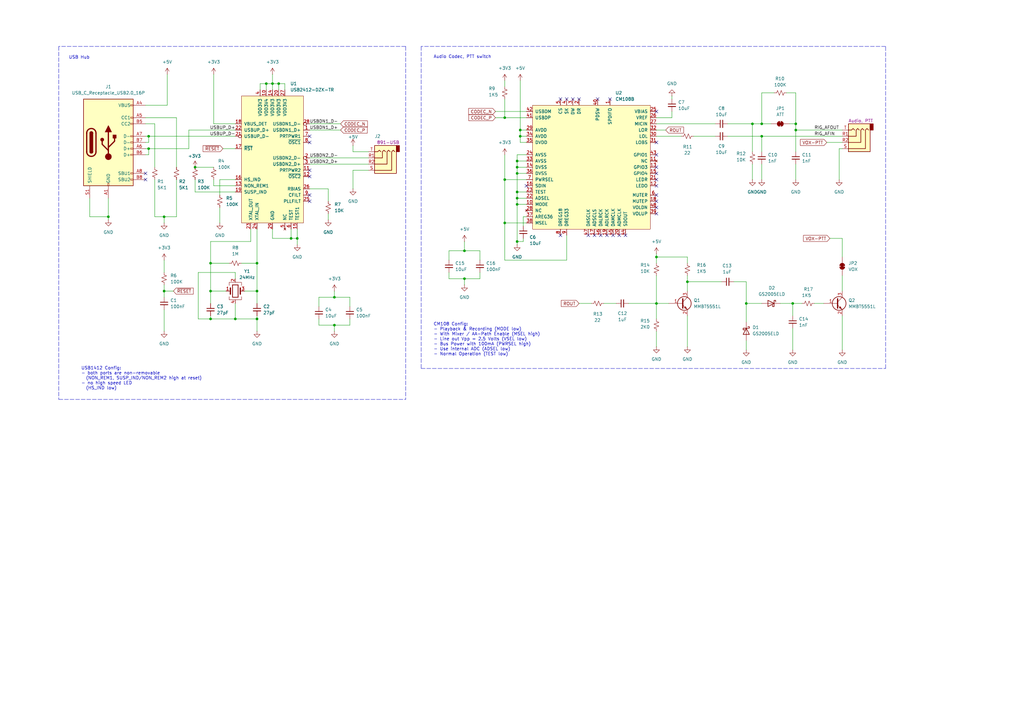
<source format=kicad_sch>
(kicad_sch (version 20231120) (generator "eeschema") (generator_version "8.0")
  (paper "A3")
  (lib_symbols
    (symbol "Connector:AudioJack4"
      (property "Reference" "J" (at 0 8.89 0))
      (property "Value" "AudioJack4" (at 0 6.35 0))
      (symbol "AudioJack4_1_1"
        (pin passive line (at 5.08 -2.54 180) (length 2.54) (name "~") (number "R1"))
        (pin passive line (at 5.08 0 180) (length 2.54) (name "~") (number "R2"))
        (pin passive line (at 5.08 2.54 180) (length 2.54) (name "~") (number "S"))
        (pin passive line (at 5.08 -5.08 180) (length 2.54) (name "~") (number "T"))
      )
    )
    (symbol "Connector:USB_C_Receptacle_USB2.0_16P" (pin_names (offset 1.016))
      (property "Reference" "J" (at 0 22.225 0))
      (property "Value" "USB_C_Receptacle_USB2.0_16P" (at 0 19.685 0))
      (symbol "USB_C_Receptacle_USB2.0_16P_1_1"
        (pin passive line (at 0 -22.86 90) (length 5.08) (name "GND") (number "A1"))
        (pin passive line (at 0 -22.86 90) (length 5.08) hide (name "GND") (number "A12"))
        (pin passive line (at 15.24 15.24 180) (length 5.08) (name "VBUS") (number "A4"))
        (pin bidirectional line (at 15.24 10.16 180) (length 5.08) (name "CC1") (number "A5"))
        (pin bidirectional line (at 15.24 -2.54 180) (length 5.08) (name "D+") (number "A6"))
        (pin bidirectional line (at 15.24 2.54 180) (length 5.08) (name "D-") (number "A7"))
        (pin bidirectional line (at 15.24 -12.7 180) (length 5.08) (name "SBU1") (number "A8"))
        (pin passive line (at 15.24 15.24 180) (length 5.08) hide (name "VBUS") (number "A9"))
        (pin passive line (at 0 -22.86 90) (length 5.08) hide (name "GND") (number "B1"))
        (pin passive line (at 0 -22.86 90) (length 5.08) hide (name "GND") (number "B12"))
        (pin passive line (at 15.24 15.24 180) (length 5.08) hide (name "VBUS") (number "B4"))
        (pin bidirectional line (at 15.24 7.62 180) (length 5.08) (name "CC2") (number "B5"))
        (pin bidirectional line (at 15.24 -5.08 180) (length 5.08) (name "D+") (number "B6"))
        (pin bidirectional line (at 15.24 0 180) (length 5.08) (name "D-") (number "B7"))
        (pin bidirectional line (at 15.24 -15.24 180) (length 5.08) (name "SBU2") (number "B8"))
        (pin passive line (at 15.24 15.24 180) (length 5.08) hide (name "VBUS") (number "B9"))
        (pin passive line (at -7.62 -22.86 90) (length 5.08) (name "SHIELD") (number "S1"))
      )
    )
    (symbol "Device:C_Small" (pin_numbers hide) (pin_names (offset 0.254) hide)
      (property "Reference" "C" (at 0.254 1.778 0))
      (property "Value" "C_Small" (at 0.254 -2.032 0))
      (symbol "C_Small_1_1"
        (pin passive line (at 0 2.54 270) (length 2.032) (name "~") (number "1"))
        (pin passive line (at 0 -2.54 90) (length 2.032) (name "~") (number "2"))
      )
    )
    (symbol "Device:Crystal_GND24" (pin_names (offset 1.016) hide)
      (property "Reference" "Y" (at 3.175 5.08 0))
      (property "Value" "Crystal_GND24" (at 3.175 3.175 0))
      (symbol "Crystal_GND24_1_1"
        (pin passive line (at -3.81 0 0) (length 1.27) (name "1") (number "1"))
        (pin passive line (at 0 5.08 270) (length 1.27) (name "2") (number "2"))
        (pin passive line (at 3.81 0 180) (length 1.27) (name "3") (number "3"))
        (pin passive line (at 0 -5.08 90) (length 1.27) (name "4") (number "4"))
      )
    )
    (symbol "Device:D_Schottky" (pin_numbers hide) (pin_names (offset 1.016) hide)
      (property "Reference" "D" (at 0 2.54 0))
      (property "Value" "D_Schottky" (at 0 -2.54 0))
      (symbol "D_Schottky_1_1"
        (pin passive line (at -3.81 0 0) (length 2.54) (name "K") (number "1"))
        (pin passive line (at 3.81 0 180) (length 2.54) (name "A") (number "2"))
      )
    )
    (symbol "Device:R_Small_US" (pin_numbers hide) (pin_names (offset 0.254) hide)
      (property "Reference" "R" (at 0.762 0.508 0))
      (property "Value" "R_Small_US" (at 0.762 -1.016 0))
      (symbol "R_Small_US_1_1"
        (pin passive line (at 0 2.54 270) (length 1.016) (name "~") (number "1"))
        (pin passive line (at 0 -2.54 90) (length 1.016) (name "~") (number "2"))
      )
    )
    (symbol "Jumper:SolderJumper_2_Bridged" (pin_numbers hide) (pin_names (offset 0) hide) (exclude_from_sim yes) (in_bom no)
      (property "Reference" "JP" (at 0 2.032 0))
      (property "Value" "SolderJumper_2_Bridged" (at 0 -2.54 0))
      (symbol "SolderJumper_2_Bridged_1_1"
        (pin passive line (at -3.81 0 0) (length 2.54) (name "A") (number "1"))
        (pin passive line (at 3.81 0 180) (length 2.54) (name "B") (number "2"))
      )
    )
    (symbol "Transistor_BJT:MMBT5551L" (pin_names (offset 0) hide)
      (property "Reference" "Q" (at 5.08 1.905 0))
      (property "Value" "MMBT5551L" (at 5.08 0 0))
      (symbol "MMBT5551L_1_1"
        (pin input line (at -5.08 0 0) (length 5.715) (name "B") (number "1"))
        (pin passive line (at 2.54 -5.08 90) (length 2.54) (name "E") (number "2"))
        (pin passive line (at 2.54 5.08 270) (length 2.54) (name "C") (number "3"))
      )
    )
    (symbol "digirig:CM108B" (pin_names (offset 1.016))
      (property "Reference" "U" (at -12.7 1.27 0))
      (property "Value" "CM108B" (at -12.7 -1.27 0))
      (symbol "CM108B_0_0"
        (pin output line (at 19.05 0 270) (length 2.54) (name "SPDIFO") (number "1"))
        (pin input line (at -15.24 -43.18 0) (length 2.54) (name "MODE") (number "10"))
        (pin no_connect line (at 38.1 -25.4 180) (length 2.54) (name "NC") (number "11"))
        (pin output line (at 38.1 -35.56 180) (length 2.54) (name "LEDO") (number "12"))
        (pin bidirectional line (at 38.1 -27.94 180) (length 2.54) (name "GPIO3") (number "13"))
        (pin power_in line (at -15.24 -27.94 0) (length 2.54) (name "DVSS") (number "14"))
        (pin bidirectional line (at 38.1 -30.48 180) (length 2.54) (name "GPIO4") (number "15"))
        (pin input line (at -15.24 -35.56 0) (length 2.54) (name "SDIN") (number "16"))
        (pin output line (at 12.7 -55.88 90) (length 2.54) (name "ADSCLS") (number "17"))
        (pin input line (at 38.1 -41.91 180) (length 2.54) (name "MUTEP") (number "18"))
        (pin output line (at 17.78 -55.88 90) (length 2.54) (name "ADLRCK") (number "19"))
        (pin input line (at 6.35 0 270) (length 2.54) (name "DR") (number "2"))
        (pin output line (at 22.86 -55.88 90) (length 2.54) (name "ADMCLK") (number "20"))
        (pin output line (at 38.1 -33.02 180) (length 2.54) (name "LEDR") (number "21"))
        (pin input line (at -15.24 -40.64 0) (length 2.54) (name "ADSEL") (number "22"))
        (pin input line (at -15.24 -38.1 0) (length 2.54) (name "TEST") (number "23"))
        (pin power_in line (at -15.24 -22.86 0) (length 2.54) (name "AVSS") (number "24"))
        (pin power_out line (at 38.1 -5.08 180) (length 2.54) (name "VBIAS") (number "25"))
        (pin power_out line (at 38.1 -7.62 180) (length 2.54) (name "VREF") (number "26"))
        (pin input line (at 38.1 -10.16 180) (length 2.54) (name "MICIN") (number "27"))
        (pin no_connect line (at -15.24 -45.72 0) (length 2.54) (name "NC") (number "28"))
        (pin power_in line (at -15.24 -12.7 0) (length 2.54) (name "AVDD") (number "29"))
        (pin output line (at 3.81 0 270) (length 2.54) (name "DW") (number "3"))
        (pin output line (at 38.1 -15.24 180) (length 2.54) (name "LOL") (number "30"))
        (pin power_out line (at 38.1 -17.78 180) (length 2.54) (name "LOBS") (number "31"))
        (pin output line (at 38.1 -12.7 180) (length 2.54) (name "LOR") (number "32"))
        (pin power_in line (at -15.24 -25.4 0) (length 2.54) (name "AVSS") (number "33"))
        (pin power_in line (at -15.24 -15.24 0) (length 2.54) (name "AVDD") (number "34"))
        (pin power_in line (at -15.24 -17.78 0) (length 2.54) (name "DVDD") (number "35"))
        (pin power_in line (at -15.24 -30.48 0) (length 2.54) (name "DVSS") (number "36"))
        (pin power_in line (at -15.24 -48.26 0) (length 2.54) (name "AREG36") (number "37"))
        (pin input line (at -15.24 -50.8 0) (length 2.54) (name "MSEL") (number "38"))
        (pin input line (at 38.1 -46.99 180) (length 2.54) (name "VOLUP") (number "39"))
        (pin output line (at 1.27 0 270) (length 2.54) (name "SK") (number "4"))
        (pin output line (at 13.97 0 270) (length 2.54) (name "PDSW") (number "40"))
        (pin bidirectional line (at -15.24 -7.62 0) (length 2.54) (name "USBDP") (number "41"))
        (pin bidirectional line (at -15.24 -5.08 0) (length 2.54) (name "USBDM") (number "42"))
        (pin bidirectional line (at 38.1 -22.86 180) (length 2.54) (name "GPIO1") (number "43"))
        (pin output line (at 25.4 -55.88 90) (length 2.54) (name "SDOUT") (number "44"))
        (pin output line (at 20.32 -55.88 90) (length 2.54) (name "DAMCLK") (number "45"))
        (pin input line (at 15.24 -55.88 90) (length 2.54) (name "DALRCK") (number "46"))
        (pin input line (at 10.16 -55.88 90) (length 2.54) (name "DASCLK") (number "47"))
        (pin input line (at 38.1 -44.45 180) (length 2.54) (name "VOLDN") (number "48"))
        (pin output line (at -1.27 0 270) (length 2.54) (name "CS") (number "5"))
        (pin input line (at 38.1 -39.37 180) (length 2.54) (name "MUTER") (number "6"))
        (pin input line (at -15.24 -33.02 0) (length 2.54) (name "PWRSEL") (number "7"))
        (pin power_out line (at -1.27 -55.88 90) (length 2.54) (name "DREG18") (number "8"))
        (pin power_out line (at 1.27 -55.88 90) (length 2.54) (name "DREG33") (number "9"))
      )
    )
    (symbol "digirig:USB2412-DZK-TR" (pin_names (offset 1.016))
      (property "Reference" "U1" (at -5.4259 41.91 0))
      (property "Value" "USB2412-DZK-TR" (at -5.4259 39.37 0))
      (symbol "USB2412-DZK-TR_1_1"
        (pin bidirectional line (at 2.54 22.86 180) (length 2.54) (name "USBDN1_D+") (number "1"))
        (pin power_in line (at -15.24 39.37 270) (length 2.54) (name "VDD3V4") (number "10"))
        (pin output line (at 2.54 6.35 180) (length 2.54) (name "PRTPWR2") (number "11"))
        (pin input line (at 2.54 3.81 180) (length 2.54) (name "~{OSC2}") (number "12"))
        (pin input line (at -27.94 0 0) (length 2.54) (name "NON_REM1") (number "13"))
        (pin power_in line (at -12.7 39.37 270) (length 2.54) (name "VDD3V3") (number "14"))
        (pin input line (at -2.54 -17.78 90) (length 2.54) (name "TEST1") (number "15"))
        (pin input line (at -27.94 2.54 0) (length 2.54) (name "HS_IND") (number "16"))
        (pin input line (at -27.94 15.24 0) (length 2.54) (name "~{RST}") (number "17"))
        (pin input line (at -27.94 25.4 0) (length 2.54) (name "VBUS_DET") (number "18"))
        (pin input line (at -27.94 -2.54 0) (length 2.54) (name "SUSP_IND") (number "19"))
        (pin bidirectional inverted (at 2.54 11.43 180) (length 2.54) (name "USBDN2_D-") (number "2"))
        (pin power_in line (at -10.16 39.37 270) (length 2.54) (name "VDD3V3") (number "20"))
        (pin bidirectional inverted (at -27.94 20.32 0) (length 2.54) (name "USBUP_D-") (number "21"))
        (pin bidirectional line (at -27.94 22.86 0) (length 2.54) (name "USBUP_D+") (number "22"))
        (pin output line (at -21.59 -17.78 90) (length 2.54) (name "XTAL_OUT") (number "23"))
        (pin input line (at -19.05 -17.78 90) (length 2.54) (name "XTAL_IN") (number "24"))
        (pin output line (at 2.54 -6.35 180) (length 2.54) (name "PLLFILT") (number "25"))
        (pin input line (at 2.54 -1.27 180) (length 2.54) (name "RBIAS") (number "26"))
        (pin power_in line (at -7.62 39.37 270) (length 2.54) (name "VDD3V3") (number "27"))
        (pin bidirectional inverted (at 2.54 25.4 180) (length 2.54) (name "USBDN1_D-") (number "28"))
        (pin power_in line (at -12.7 -17.78 90) (length 2.54) (name "GND") (number "29"))
        (pin bidirectional line (at 2.54 8.89 180) (length 2.54) (name "USBDN2_D+") (number "3"))
        (pin power_in line (at -17.78 39.37 270) (length 2.54) (name "VDD3V3") (number "4"))
        (pin no_connect line (at -7.62 -17.78 90) (length 2.54) (name "NC") (number "5"))
        (pin input line (at -5.08 -17.78 90) (length 2.54) (name "TEST") (number "6"))
        (pin output line (at 2.54 20.32 180) (length 2.54) (name "PRTPWR1") (number "7"))
        (pin input line (at 2.54 17.78 180) (length 2.54) (name "~{OSC1}") (number "8"))
        (pin output line (at 2.54 -3.81 180) (length 2.54) (name "CFILT") (number "9"))
      )
    )
    (symbol "power:+3V3" (power) (pin_numbers hide) (pin_names (offset 0) hide)
      (property "Value" "+3V3" (at 0 3.556 0))
      (symbol "+3V3_1_1"
        (pin power_in line (at 0 0 90) (length 0) (name "~") (number "1"))
      )
    )
    (symbol "power:+5V" (power) (pin_numbers hide) (pin_names (offset 0) hide)
      (property "Value" "+5V" (at 0 3.556 0))
      (symbol "+5V_1_1"
        (pin power_in line (at 0 0 90) (length 0) (name "~") (number "1"))
      )
    )
    (symbol "power:GND" (power) (pin_numbers hide) (pin_names (offset 0) hide)
      (property "Value" "GND" (at 0 -3.81 0))
      (symbol "GND_1_1"
        (pin power_in line (at 0 0 270) (length 0) (name "~") (number "1"))
      )
    )
  )
  (junction (at 281.94 115.57))
  (junction (at 121.92 97.79))
  (junction (at 212.09 81.28))
  (junction (at 44.45 88.9))
  (junction (at 212.09 68.58))
  (junction (at 269.24 105.41))
  (junction (at 190.5 114.3))
  (junction (at 67.31 88.9))
  (junction (at 325.12 124.46))
  (junction (at 119.38 97.79))
  (junction (at 207.01 91.44))
  (junction (at 105.41 130.81))
  (junction (at 212.09 66.04))
  (junction (at 212.09 78.74))
  (junction (at 306.07 124.46))
  (junction (at 207.01 73.66))
  (junction (at 207.01 48.26))
  (junction (at 326.39 50.8))
  (junction (at 111.76 34.29))
  (junction (at 213.36 55.88))
  (junction (at 109.22 34.29))
  (junction (at 86.36 130.81))
  (junction (at 86.36 119.38))
  (junction (at 86.36 107.95))
  (junction (at 212.09 99.06))
  (junction (at 80.01 68.58))
  (junction (at 269.24 124.46))
  (junction (at 326.39 53.34))
  (junction (at 96.52 130.81))
  (junction (at 312.42 50.8))
  (junction (at 105.41 119.38))
  (junction (at 213.36 53.34))
  (junction (at 60.96 60.96))
  (junction (at 190.5 102.87))
  (junction (at 212.09 71.12))
  (junction (at 67.31 119.38))
  (junction (at 212.09 83.82))
  (junction (at 137.16 121.92))
  (junction (at 105.41 107.95))
  (junction (at 137.16 133.35))
  (junction (at 308.61 50.8))
  (junction (at 60.96 55.88))
  (junction (at 114.3 34.29))
  (junction (at 312.42 55.88))
  (no_connect (at 269.24 45.72))
  (no_connect (at 269.24 76.2))
  (no_connect (at 269.24 80.01))
  (no_connect (at 229.87 40.64))
  (no_connect (at 127 58.42))
  (no_connect (at 241.3 96.52))
  (no_connect (at 237.49 40.64))
  (no_connect (at 269.24 82.55))
  (no_connect (at 243.84 96.52))
  (no_connect (at 127 55.88))
  (no_connect (at 127 80.01))
  (no_connect (at 59.69 73.66))
  (no_connect (at 234.95 40.64))
  (no_connect (at 269.24 68.58))
  (no_connect (at 269.24 63.5))
  (no_connect (at 269.24 87.63))
  (no_connect (at 232.41 40.64))
  (no_connect (at 215.9 76.2))
  (no_connect (at 256.54 96.52))
  (no_connect (at 251.46 96.52))
  (no_connect (at 254 96.52))
  (no_connect (at 127 72.39))
  (no_connect (at 250.19 40.64))
  (no_connect (at 269.24 85.09))
  (no_connect (at 246.38 96.52))
  (no_connect (at 245.11 40.64))
  (no_connect (at 269.24 71.12))
  (no_connect (at 248.92 96.52))
  (no_connect (at 269.24 58.42))
  (no_connect (at 127 82.55))
  (no_connect (at 59.69 71.12))
  (no_connect (at 229.87 96.52))
  (no_connect (at 127 69.85))
  (no_connect (at 269.24 73.66))
  (wire (pts (xy 215.9 58.42) (xy 213.36 58.42)))
  (wire (pts (xy 326.39 67.31) (xy 326.39 73.66)))
  (wire (pts (xy 87.63 76.2) (xy 87.63 73.66)))
  (wire (pts (xy 269.24 105.41) (xy 269.24 107.95)))
  (wire (pts (xy 281.94 129.54) (xy 281.94 142.24)))
  (wire (pts (xy 77.47 53.34) (xy 96.52 53.34)))
  (wire (pts (xy 134.62 77.47) (xy 134.62 82.55)))
  (wire (pts (xy 344.17 60.96) (xy 345.44 60.96)))
  (wire (pts (xy 105.41 129.54) (xy 105.41 130.81)))
  (wire (pts (xy 72.39 48.26) (xy 72.39 68.58)))
  (polyline (pts (xy 363.22 151.13) (xy 363.22 19.05)) (stroke (width 0) (type dash)))
  (wire (pts (xy 67.31 119.38) (xy 71.12 119.38)))
  (wire (pts (xy 105.41 135.89) (xy 105.41 130.81)))
  (wire (pts (xy 130.81 130.81) (xy 130.81 133.35)))
  (wire (pts (xy 137.16 119.38) (xy 137.16 121.92)))
  (wire (pts (xy 213.36 58.42) (xy 213.36 55.88)))
  (wire (pts (xy 67.31 116.84) (xy 67.31 119.38)))
  (wire (pts (xy 106.68 36.83) (xy 106.68 34.29)))
  (wire (pts (xy 99.06 107.95) (xy 105.41 107.95)))
  (wire (pts (xy 87.63 50.8) (xy 96.52 50.8)))
  (wire (pts (xy 111.76 93.98) (xy 111.76 97.79)))
  (wire (pts (xy 63.5 88.9) (xy 67.31 88.9)))
  (wire (pts (xy 119.38 97.79) (xy 121.92 97.79)))
  (polyline (pts (xy 166.37 19.05) (xy 166.37 163.83)) (stroke (width 0) (type dash)))
  (wire (pts (xy 127 50.8) (xy 139.7 50.8)))
  (wire (pts (xy 143.51 121.92) (xy 137.16 121.92)))
  (wire (pts (xy 212.09 81.28) (xy 215.9 81.28)))
  (polyline (pts (xy 24.13 19.05) (xy 24.13 163.83)) (stroke (width 0) (type dash)))
  (wire (pts (xy 44.45 81.28) (xy 44.45 88.9)))
  (wire (pts (xy 306.07 124.46) (xy 312.42 124.46)))
  (wire (pts (xy 207.01 63.5) (xy 207.01 73.66)))
  (wire (pts (xy 326.39 38.1) (xy 326.39 50.8)))
  (wire (pts (xy 212.09 66.04) (xy 212.09 68.58)))
  (wire (pts (xy 308.61 67.31) (xy 308.61 73.66)))
  (wire (pts (xy 60.96 63.5) (xy 60.96 60.96)))
  (wire (pts (xy 63.5 73.66) (xy 63.5 88.9)))
  (wire (pts (xy 306.07 115.57) (xy 306.07 124.46)))
  (wire (pts (xy 127 53.34) (xy 139.7 53.34)))
  (wire (pts (xy 325.12 124.46) (xy 328.93 124.46)))
  (wire (pts (xy 345.44 129.54) (xy 345.44 143.51)))
  (wire (pts (xy 111.76 34.29) (xy 114.3 34.29)))
  (wire (pts (xy 215.9 55.88) (xy 213.36 55.88)))
  (wire (pts (xy 345.44 97.79) (xy 345.44 105.41)))
  (wire (pts (xy 190.5 114.3) (xy 196.85 114.3)))
  (wire (pts (xy 213.36 55.88) (xy 213.36 53.34)))
  (wire (pts (xy 105.41 119.38) (xy 105.41 124.46)))
  (wire (pts (xy 68.58 30.48) (xy 68.58 43.18)))
  (wire (pts (xy 325.12 124.46) (xy 325.12 129.54)))
  (wire (pts (xy 212.09 68.58) (xy 215.9 68.58)))
  (wire (pts (xy 232.41 96.52) (xy 232.41 106.68)))
  (wire (pts (xy 312.42 50.8) (xy 316.23 50.8)))
  (wire (pts (xy 257.81 124.46) (xy 269.24 124.46)))
  (wire (pts (xy 203.2 48.26) (xy 207.01 48.26)))
  (wire (pts (xy 121.92 93.98) (xy 121.92 97.79)))
  (wire (pts (xy 86.36 119.38) (xy 92.71 119.38)))
  (wire (pts (xy 102.87 99.06) (xy 86.36 99.06)))
  (wire (pts (xy 111.76 30.48) (xy 111.76 34.29)))
  (wire (pts (xy 213.36 33.02) (xy 213.36 53.34)))
  (wire (pts (xy 269.24 124.46) (xy 269.24 130.81)))
  (wire (pts (xy 130.81 133.35) (xy 137.16 133.35)))
  (wire (pts (xy 102.87 99.06) (xy 102.87 93.98)))
  (wire (pts (xy 137.16 133.35) (xy 143.51 133.35)))
  (wire (pts (xy 80.01 78.74) (xy 96.52 78.74)))
  (wire (pts (xy 232.41 106.68) (xy 207.01 106.68)))
  (wire (pts (xy 68.58 43.18) (xy 59.69 43.18)))
  (wire (pts (xy 143.51 125.73) (xy 143.51 121.92)))
  (wire (pts (xy 59.69 55.88) (xy 60.96 55.88)))
  (wire (pts (xy 111.76 97.79) (xy 119.38 97.79)))
  (wire (pts (xy 340.36 97.79) (xy 345.44 97.79)))
  (wire (pts (xy 212.09 71.12) (xy 212.09 78.74)))
  (wire (pts (xy 144.78 59.69) (xy 144.78 62.23)))
  (wire (pts (xy 269.24 50.8) (xy 293.37 50.8)))
  (wire (pts (xy 298.45 50.8) (xy 308.61 50.8)))
  (wire (pts (xy 312.42 67.31) (xy 312.42 73.66)))
  (wire (pts (xy 275.59 45.72) (xy 275.59 48.26)))
  (wire (pts (xy 96.52 111.76) (xy 96.52 114.3)))
  (wire (pts (xy 273.05 53.34) (xy 269.24 53.34)))
  (wire (pts (xy 298.45 55.88) (xy 312.42 55.88)))
  (wire (pts (xy 215.9 63.5) (xy 212.09 63.5)))
  (wire (pts (xy 59.69 63.5) (xy 60.96 63.5)))
  (wire (pts (xy 326.39 53.34) (xy 345.44 53.34)))
  (wire (pts (xy 320.04 124.46) (xy 325.12 124.46)))
  (wire (pts (xy 59.69 58.42) (xy 60.96 58.42)))
  (wire (pts (xy 127 77.47) (xy 134.62 77.47)))
  (wire (pts (xy 134.62 87.63) (xy 134.62 90.17)))
  (wire (pts (xy 143.51 130.81) (xy 143.51 133.35)))
  (wire (pts (xy 63.5 50.8) (xy 59.69 50.8)))
  (wire (pts (xy 281.94 107.95) (xy 281.94 105.41)))
  (wire (pts (xy 59.69 60.96) (xy 60.96 60.96)))
  (wire (pts (xy 281.94 115.57) (xy 281.94 119.38)))
  (wire (pts (xy 326.39 50.8) (xy 326.39 53.34)))
  (wire (pts (xy 80.01 78.74) (xy 80.01 73.66)))
  (wire (pts (xy 275.59 39.37) (xy 275.59 40.64)))
  (wire (pts (xy 247.65 124.46) (xy 252.73 124.46)))
  (wire (pts (xy 36.83 88.9) (xy 44.45 88.9)))
  (wire (pts (xy 67.31 119.38) (xy 67.31 121.92)))
  (wire (pts (xy 308.61 50.8) (xy 312.42 50.8)))
  (wire (pts (xy 81.28 111.76) (xy 81.28 130.81)))
  (wire (pts (xy 130.81 121.92) (xy 130.81 125.73)))
  (wire (pts (xy 72.39 48.26) (xy 59.69 48.26)))
  (wire (pts (xy 212.09 100.33) (xy 212.09 99.06)))
  (wire (pts (xy 109.22 36.83) (xy 109.22 34.29)))
  (wire (pts (xy 60.96 55.88) (xy 96.52 55.88)))
  (wire (pts (xy 306.07 139.7) (xy 306.07 143.51)))
  (wire (pts (xy 212.09 68.58) (xy 212.09 71.12)))
  (wire (pts (xy 207.01 91.44) (xy 215.9 91.44)))
  (wire (pts (xy 334.01 124.46) (xy 337.82 124.46)))
  (wire (pts (xy 144.78 69.85) (xy 144.78 77.47)))
  (wire (pts (xy 86.36 129.54) (xy 86.36 130.81)))
  (wire (pts (xy 184.15 102.87) (xy 184.15 106.68)))
  (wire (pts (xy 127 67.31) (xy 151.13 67.31)))
  (wire (pts (xy 344.17 73.66) (xy 344.17 60.96)))
  (wire (pts (xy 212.09 66.04) (xy 215.9 66.04)))
  (wire (pts (xy 306.07 124.46) (xy 306.07 132.08)))
  (wire (pts (xy 312.42 38.1) (xy 312.42 50.8)))
  (wire (pts (xy 269.24 113.03) (xy 269.24 124.46)))
  (wire (pts (xy 203.2 45.72) (xy 215.9 45.72)))
  (wire (pts (xy 114.3 34.29) (xy 116.84 34.29)))
  (wire (pts (xy 207.01 33.02) (xy 207.01 35.56)))
  (wire (pts (xy 190.5 102.87) (xy 184.15 102.87)))
  (wire (pts (xy 144.78 69.85) (xy 151.13 69.85)))
  (wire (pts (xy 67.31 106.68) (xy 67.31 111.76)))
  (wire (pts (xy 60.96 58.42) (xy 60.96 55.88)))
  (wire (pts (xy 184.15 114.3) (xy 190.5 114.3)))
  (wire (pts (xy 184.15 111.76) (xy 184.15 114.3)))
  (wire (pts (xy 86.36 119.38) (xy 86.36 124.46)))
  (polyline (pts (xy 172.72 151.13) (xy 363.22 151.13)) (stroke (width 0) (type dash)))
  (wire (pts (xy 212.09 71.12) (xy 215.9 71.12)))
  (wire (pts (xy 96.52 124.46) (xy 96.52 130.81)))
  (wire (pts (xy 322.58 38.1) (xy 326.39 38.1)))
  (wire (pts (xy 36.83 81.28) (xy 36.83 88.9)))
  (wire (pts (xy 214.63 88.9) (xy 215.9 88.9)))
  (wire (pts (xy 105.41 107.95) (xy 105.41 93.98)))
  (wire (pts (xy 72.39 88.9) (xy 67.31 88.9)))
  (wire (pts (xy 109.22 34.29) (xy 111.76 34.29)))
  (wire (pts (xy 281.94 113.03) (xy 281.94 115.57)))
  (wire (pts (xy 269.24 124.46) (xy 274.32 124.46)))
  (wire (pts (xy 300.99 115.57) (xy 306.07 115.57)))
  (wire (pts (xy 207.01 91.44) (xy 207.01 73.66)))
  (wire (pts (xy 121.92 97.79) (xy 121.92 100.33)))
  (wire (pts (xy 317.5 38.1) (xy 312.42 38.1)))
  (wire (pts (xy 127 64.77) (xy 151.13 64.77)))
  (wire (pts (xy 96.52 130.81) (xy 105.41 130.81)))
  (wire (pts (xy 214.63 88.9) (xy 214.63 92.71)))
  (wire (pts (xy 91.44 60.96) (xy 96.52 60.96)))
  (wire (pts (xy 207.01 48.26) (xy 215.9 48.26)))
  (wire (pts (xy 281.94 115.57) (xy 295.91 115.57)))
  (wire (pts (xy 196.85 111.76) (xy 196.85 114.3)))
  (wire (pts (xy 323.85 50.8) (xy 326.39 50.8)))
  (wire (pts (xy 269.24 48.26) (xy 275.59 48.26)))
  (wire (pts (xy 312.42 55.88) (xy 312.42 62.23)))
  (wire (pts (xy 90.17 85.09) (xy 90.17 91.44)))
  (wire (pts (xy 190.5 114.3) (xy 190.5 116.84)))
  (wire (pts (xy 196.85 102.87) (xy 190.5 102.87)))
  (wire (pts (xy 86.36 99.06) (xy 86.36 107.95)))
  (wire (pts (xy 114.3 36.83) (xy 114.3 34.29)))
  (wire (pts (xy 212.09 99.06) (xy 212.09 83.82)))
  (wire (pts (xy 207.01 106.68) (xy 207.01 91.44)))
  (wire (pts (xy 144.78 62.23) (xy 151.13 62.23)))
  (wire (pts (xy 281.94 105.41) (xy 269.24 105.41)))
  (wire (pts (xy 100.33 119.38) (xy 105.41 119.38)))
  (wire (pts (xy 207.01 40.64) (xy 207.01 48.26)))
  (wire (pts (xy 105.41 107.95) (xy 105.41 119.38)))
  (wire (pts (xy 212.09 83.82) (xy 215.9 83.82)))
  (wire (pts (xy 80.01 68.58) (xy 87.63 68.58)))
  (wire (pts (xy 90.17 73.66) (xy 96.52 73.66)))
  (wire (pts (xy 86.36 107.95) (xy 93.98 107.95)))
  (wire (pts (xy 215.9 78.74) (xy 212.09 78.74)))
  (wire (pts (xy 339.09 58.42) (xy 345.44 58.42)))
  (wire (pts (xy 67.31 88.9) (xy 67.31 91.44)))
  (wire (pts (xy 269.24 55.88) (xy 279.4 55.88)))
  (wire (pts (xy 214.63 99.06) (xy 212.09 99.06)))
  (wire (pts (xy 326.39 53.34) (xy 326.39 62.23)))
  (wire (pts (xy 119.38 93.98) (xy 119.38 97.79)))
  (wire (pts (xy 269.24 104.14) (xy 269.24 105.41)))
  (wire (pts (xy 86.36 130.81) (xy 96.52 130.81)))
  (wire (pts (xy 72.39 73.66) (xy 72.39 88.9)))
  (wire (pts (xy 116.84 36.83) (xy 116.84 34.29)))
  (polyline (pts (xy 172.72 19.05) (xy 172.72 151.13)) (stroke (width 0) (type dash)))
  (wire (pts (xy 137.16 121.92) (xy 130.81 121.92)))
  (wire (pts (xy 90.17 80.01) (xy 90.17 73.66)))
  (wire (pts (xy 269.24 135.89) (xy 269.24 142.24)))
  (polyline (pts (xy 363.22 19.05) (xy 172.72 19.05)) (stroke (width 0) (type dash)))
  (wire (pts (xy 86.36 107.95) (xy 86.36 119.38)))
  (wire (pts (xy 284.48 55.88) (xy 293.37 55.88)))
  (wire (pts (xy 106.68 34.29) (xy 109.22 34.29)))
  (wire (pts (xy 87.63 30.48) (xy 87.63 50.8)))
  (wire (pts (xy 196.85 106.68) (xy 196.85 102.87)))
  (wire (pts (xy 212.09 78.74) (xy 212.09 81.28)))
  (wire (pts (xy 212.09 83.82) (xy 212.09 81.28)))
  (wire (pts (xy 137.16 133.35) (xy 137.16 135.89)))
  (wire (pts (xy 81.28 130.81) (xy 86.36 130.81)))
  (wire (pts (xy 77.47 60.96) (xy 77.47 53.34)))
  (wire (pts (xy 237.49 124.46) (xy 242.57 124.46)))
  (wire (pts (xy 214.63 97.79) (xy 214.63 99.06)))
  (wire (pts (xy 345.44 113.03) (xy 345.44 119.38)))
  (wire (pts (xy 213.36 53.34) (xy 215.9 53.34)))
  (wire (pts (xy 60.96 60.96) (xy 77.47 60.96)))
  (wire (pts (xy 96.52 111.76) (xy 81.28 111.76)))
  (wire (pts (xy 111.76 34.29) (xy 111.76 36.83)))
  (wire (pts (xy 308.61 50.8) (xy 308.61 62.23)))
  (polyline (pts (xy 166.37 19.05) (xy 24.13 19.05)) (stroke (width 0) (type dash)))
  (wire (pts (xy 190.5 99.06) (xy 190.5 102.87)))
  (wire (pts (xy 207.01 73.66) (xy 215.9 73.66)))
  (wire (pts (xy 325.12 134.62) (xy 325.12 143.51)))
  (wire (pts (xy 212.09 63.5) (xy 212.09 66.04)))
  (polyline (pts (xy 24.13 163.83) (xy 166.37 163.83)) (stroke (width 0) (type dash)))
  (wire (pts (xy 63.5 50.8) (xy 63.5 68.58)))
  (wire (pts (xy 96.52 76.2) (xy 87.63 76.2)))
  (wire (pts (xy 44.45 88.9) (xy 44.45 90.17)))
  (wire (pts (xy 312.42 55.88) (xy 345.44 55.88)))
  (wire (pts (xy 67.31 127) (xy 67.31 135.89)))
  (text "USB Hub" (at 28.194 24.384 0) (effects (font (size 1.27 1.27)) (justify left bottom)))
  (text "Audio Codec, PTT switch" (at 177.8 24.13 0) (effects (font (size 1.27 1.27)) (justify left bottom)))
  (text "CM108 Config:\n- Playback & Recording (MODE low)\n- With Mixer / AA-Path Enable (MSEL high)\n- Line out Vpp = 2.5 Volts (VSEL low)\n- Bus Power with 100mA (PWRSEL high)\n- Use internal ADC (ADSEL low)\n- Normal Operation (TEST low)" (at 177.8 146.05 0) (effects (font (size 1.27 1.27)) (justify left bottom)))
  (text "USB1412 Config:\n- both ports are non-removable\n  (NON_REM1, SUSP_IND/NON_REM2 high at reset)\n- no high speed LED\n  (HS_IND low)" (at 33.274 160.02 0) (effects (font (size 1.27 1.27)) (justify left bottom)))
  (label "USBUP_D+" (at 96.52 53.34 180))
  (label "USBDN2_D+" (at 127 67.31 0))
  (label "RIG_AFIN" (at 334.01 55.88 0))
  (label "USBDN1_D+" (at 127 53.34 0))
  (label "USBDN1_D-" (at 127 50.8 0))
  (label "USBUP_D-" (at 96.52 55.88 180))
  (label "RIG_AFOUT" (at 334.01 53.34 0))
  (label "USBDN2_D-" (at 127 64.77 0))
  (global_label "~{RESET}" (shape input) (at 91.44 60.96 180) (property "Intersheetrefs" "${INTERSHEET_REFS}" (effects (hide yes))))
  (global_label "CODEC_N" (shape input) (at 139.7 50.8 0) (property "Intersheetrefs" "${INTERSHEET_REFS}" (effects (hide yes))))
  (global_label "VOX-PTT" (shape input) (at 340.36 97.79 180) (property "Intersheetrefs" "${INTERSHEET_REFS}" (effects (hide yes))))
  (global_label "CODEC_P" (shape input) (at 203.2 48.26 180) (property "Intersheetrefs" "${INTERSHEET_REFS}" (effects (hide yes))))
  (global_label "ROUT" (shape input) (at 237.49 124.46 180) (property "Intersheetrefs" "${INTERSHEET_REFS}" (effects (hide yes))))
  (global_label "ROUT" (shape input) (at 273.05 53.34 0) (property "Intersheetrefs" "${INTERSHEET_REFS}" (effects (hide yes))))
  (global_label "CODEC_P" (shape input) (at 139.7 53.34 0) (property "Intersheetrefs" "${INTERSHEET_REFS}" (effects (hide yes))))
  (global_label "VOX-PTT" (shape input) (at 339.09 58.42 180) (property "Intersheetrefs" "${INTERSHEET_REFS}" (effects (hide yes))))
  (global_label "~{RESET}" (shape input) (at 71.12 119.38 0) (property "Intersheetrefs" "${INTERSHEET_REFS}" (effects (hide yes))))
  (global_label "CODEC_N" (shape input) (at 203.2 45.72 180) (property "Intersheetrefs" "${INTERSHEET_REFS}" (effects (hide yes))))
  (symbol (lib_id "Device:R_Small_US") (at 63.5 71.12 0) (unit 1)
    (property "Reference" "R1" (at 64.516 74.422 0) (effects (justify left)))
    (property "Value" "5K1" (at 64.516 76.962 0) (effects (justify left)))
    (property "Footprint" "Capacitor_SMD:C_0402_1005Metric_Pad0.74x0.62mm_HandSolder" (effects (hide yes)))
    (property "Description" "Resistor, small US symbol" (effects (hide yes)))
  )
  (symbol (lib_id "Device:C_Small") (at 214.63 95.25 0) (unit 1)
    (property "Reference" "C6" (at 217.17 97.282 0) (effects (justify left)))
    (property "Value" "10uF" (at 217.17 99.822 0) (effects (justify left)))
    (property "Footprint" "Capacitor_SMD:C_0402_1005Metric_Pad0.74x0.62mm_HandSolder" (effects (hide yes)))
    (property "Description" "Unpolarized capacitor, small symbol" (effects (hide yes)))
  )
  (symbol (lib_id "Device:R_Small_US") (at 269.24 133.35 0) (unit 1)
    (property "Reference" "R15" (at 262.636 131.572 0) (effects (justify left)))
    (property "Value" "2K0" (at 262.636 134.112 0) (effects (justify left)))
    (property "Footprint" "Capacitor_SMD:C_0402_1005Metric_Pad0.74x0.62mm_HandSolder" (effects (hide yes)))
    (property "Description" "Resistor, small US symbol" (effects (hide yes)))
  )
  (symbol (lib_id "Device:R_Small_US") (at 207.01 38.1 0) (unit 1)
    (property "Reference" "R9" (at 200.406 36.322 0) (effects (justify left)))
    (property "Value" "1K5" (at 200.406 38.862 0) (effects (justify left)))
    (property "Footprint" "Capacitor_SMD:C_0402_1005Metric_Pad0.74x0.62mm_HandSolder" (effects (hide yes)))
    (property "Description" "Resistor, small US symbol" (effects (hide yes)))
  )
  (symbol (lib_id "power:GND") (at 137.16 135.89 0) (unit 1)
    (property "Reference" "#PWR013" (effects (hide yes)))
    (property "Value" "GND" (at 137.16 140.97 0))
    (property "Description" "Power symbol creates a global label with name \"GND\" , ground" (effects (hide yes)))
  )
  (symbol (lib_id "Device:C_Small") (at 312.42 64.77 0) (unit 1)
    (property "Reference" "C10" (at 314.96 63.5062 0) (effects (justify left)))
    (property "Value" "1nF" (at 314.96 66.0462 0) (effects (justify left)))
    (property "Footprint" "Capacitor_SMD:C_0402_1005Metric_Pad0.74x0.62mm_HandSolder" (effects (hide yes)))
    (property "Description" "Unpolarized capacitor, small symbol" (effects (hide yes)))
  )
  (symbol (lib_id "power:GND") (at 326.39 73.66 0) (unit 1)
    (property "Reference" "#PWR022" (effects (hide yes)))
    (property "Value" "GND" (at 326.39 78.74 0))
    (property "Description" "Power symbol creates a global label with name \"GND\" , ground" (effects (hide yes)))
  )
  (symbol (lib_id "Device:R_Small_US") (at 281.94 110.49 0) (unit 1)
    (property "Reference" "R16" (at 285.75 108.712 0) (effects (justify left)))
    (property "Value" "1K5" (at 285.75 111.252 0) (effects (justify left)))
    (property "Footprint" "Capacitor_SMD:C_0402_1005Metric_Pad0.74x0.62mm_HandSolder" (effects (hide yes)))
    (property "Description" "Resistor, small US symbol" (effects (hide yes)))
  )
  (symbol (lib_id "Device:R_Small_US") (at 269.24 110.49 0) (unit 1)
    (property "Reference" "R14" (at 262.636 108.712 0) (effects (justify left)))
    (property "Value" "10K" (at 262.636 111.252 0) (effects (justify left)))
    (property "Footprint" "Capacitor_SMD:C_0402_1005Metric_Pad0.74x0.62mm_HandSolder" (effects (hide yes)))
    (property "Description" "Resistor, small US symbol" (effects (hide yes)))
  )
  (symbol (lib_id "Device:D_Schottky") (at 306.07 135.89 270) (unit 1)
    (property "Reference" "D1" (at 308.61 134.3024 90) (effects (justify left)))
    (property "Value" "GS2005ELD" (at 308.61 136.8424 90) (effects (justify left)))
    (property "Footprint" "Diode_SMD:D_SOD-923" (effects (hide yes)))
    (property "Description" "Schottky diode" (effects (hide yes)))
  )
  (symbol (lib_id "power:GND") (at 269.24 142.24 0) (unit 1)
    (property "Reference" "#PWR026" (effects (hide yes)))
    (property "Value" "GND" (at 269.24 147.32 0))
    (property "Description" "Power symbol creates a global label with name \"GND\" , ground" (effects (hide yes)))
  )
  (symbol (lib_id "power:+5V") (at 269.24 104.14 0) (unit 1)
    (property "Reference" "#PWR024" (effects (hide yes)))
    (property "Value" "+5V" (at 269.24 99.06 0))
    (property "Description" "Power symbol creates a global label with name \"+5V\"" (effects (hide yes)))
  )
  (symbol (lib_id "power:GND") (at 105.41 135.89 0) (unit 1)
    (property "Reference" "#PWR012" (effects (hide yes)))
    (property "Value" "GND" (at 105.41 140.97 0))
    (property "Description" "Power symbol creates a global label with name \"GND\" , ground" (effects (hide yes)))
  )
  (symbol (lib_id "power:+3V3") (at 207.01 33.02 0) (unit 1)
    (property "Reference" "#PWR015" (effects (hide yes)))
    (property "Value" "+3V3" (at 207.01 27.94 0))
    (property "Description" "Power symbol creates a global label with name \"+3V3\"" (effects (hide yes)))
  )
  (symbol (lib_id "Device:R_Small_US") (at 308.61 64.77 0) (unit 1)
    (property "Reference" "R12" (at 302.006 62.992 0) (effects (justify left)))
    (property "Value" "10K" (at 302.006 65.532 0) (effects (justify left)))
    (property "Footprint" "Capacitor_SMD:C_0402_1005Metric_Pad0.74x0.62mm_HandSolder" (effects (hide yes)))
    (property "Description" "Resistor, small US symbol" (effects (hide yes)))
  )
  (symbol (lib_id "power:GND") (at 67.31 91.44 0) (unit 1)
    (property "Reference" "#PWR03" (effects (hide yes)))
    (property "Value" "GND" (at 67.31 96.52 0))
    (property "Description" "Power symbol creates a global label with name \"GND\" , ground" (effects (hide yes)))
  )
  (symbol (lib_id "power:GND") (at 121.92 100.33 0) (unit 1)
    (property "Reference" "#PWR09" (effects (hide yes)))
    (property "Value" "GND" (at 121.92 105.41 0))
    (property "Description" "Power symbol creates a global label with name \"GND\" , ground" (effects (hide yes)))
  )
  (symbol (lib_id "power:+5V") (at 144.78 59.69 0) (unit 1)
    (property "Reference" "#PWR027" (effects (hide yes)))
    (property "Value" "+5V" (at 144.78 56.134 0))
    (property "Description" "Power symbol creates a global label with name \"+5V\"" (effects (hide yes)))
  )
  (symbol (lib_id "Device:C_Small") (at 298.45 115.57 90) (unit 1)
    (property "Reference" "C13" (at 298.196 108.966 90))
    (property "Value" "1uF" (at 298.196 111.506 90))
    (property "Footprint" "Capacitor_SMD:C_0402_1005Metric_Pad0.74x0.62mm_HandSolder" (effects (hide yes)))
    (property "Description" "Unpolarized capacitor, small symbol" (effects (hide yes)))
  )
  (symbol (lib_id "Device:D_Schottky") (at 316.23 124.46 0) (mirror y) (unit 1)
    (property "Reference" "D2" (at 316.5475 118.11 0))
    (property "Value" "GS2005ELD" (at 316.5475 120.65 0))
    (property "Footprint" "Diode_SMD:D_SOD-923" (effects (hide yes)))
    (property "Description" "Schottky diode" (effects (hide yes)))
  )
  (symbol (lib_id "Jumper:SolderJumper_2_Bridged") (at 320.04 50.8 0) (unit 1) (exclude_from_sim yes) (in_bom no)
    (property "Reference" "JP1" (at 320.04 44.45 0))
    (property "Value" "ATT" (at 320.04 46.99 0))
    (property "Footprint" "Jumper:SolderJumper-2_P1.3mm_Bridged2Bar_RoundedPad1.0x1.5mm" (effects (hide yes)))
    (property "Description" "Solder Jumper, 2-pole, closed/bridged" (effects (hide yes)))
  )
  (symbol (lib_id "Connector:AudioJack4") (at 350.52 58.42 180) (unit 1)
    (property "Reference" "J3" (effects (hide yes)))
    (property "Value" "PJ-320A" (effects (hide yes)))
    (property "Footprint" "footprints:TRRS-PJ-320A" (effects (hide yes)))
    (property "Label" "Audio, PTT" (at 347.98 49.53 0) (effects (justify right)))
  )
  (symbol (lib_id "power:GND") (at 345.44 143.51 0) (unit 1)
    (property "Reference" "#PWR031" (effects (hide yes)))
    (property "Value" "GND" (at 345.44 148.59 0))
    (property "Description" "Power symbol creates a global label with name \"GND\" , ground" (effects (hide yes)))
  )
  (symbol (lib_id "Device:C_Small") (at 67.31 124.46 0) (unit 1)
    (property "Reference" "C1" (at 69.85 123.1962 0) (effects (justify left)))
    (property "Value" "100nF" (at 69.85 125.7362 0) (effects (justify left)))
    (property "Footprint" "Capacitor_SMD:C_0402_1005Metric_Pad0.74x0.62mm_HandSolder" (effects (hide yes)))
    (property "Description" "Unpolarized capacitor, small symbol" (effects (hide yes)))
  )
  (symbol (lib_id "Device:C_Small") (at 325.12 132.08 0) (unit 1)
    (property "Reference" "C14" (at 327.66 130.8162 0) (effects (justify left)))
    (property "Value" "1nF" (at 327.66 133.3562 0) (effects (justify left)))
    (property "Footprint" "Capacitor_SMD:C_0402_1005Metric_Pad0.74x0.62mm_HandSolder" (effects (hide yes)))
    (property "Description" "Unpolarized capacitor, small symbol" (effects (hide yes)))
  )
  (symbol (lib_id "power:GND") (at 306.07 143.51 0) (unit 1)
    (property "Reference" "#PWR029" (effects (hide yes)))
    (property "Value" "GND" (at 306.07 148.59 0))
    (property "Description" "Power symbol creates a global label with name \"GND\" , ground" (effects (hide yes)))
  )
  (symbol (lib_id "Connector:AudioJack4") (at 156.21 67.31 180) (unit 1)
    (property "Reference" "J2" (at 153.67 55.88 0) (effects (justify right)))
    (property "Value" "PJ-320A" (effects (hide yes)))
    (property "Footprint" "footprints:TRRS-PJ-320A" (effects (hide yes)))
    (property "Label" "891-USB" (at 163.83 58.42 0) (effects (justify left)))
  )
  (symbol (lib_id "Device:R_Small_US") (at 245.11 124.46 90) (unit 1)
    (property "Reference" "R13" (at 247.142 128.778 90) (effects (justify left)))
    (property "Value" "22" (at 246.38 131.318 90) (effects (justify left)))
    (property "Footprint" "Capacitor_SMD:C_0402_1005Metric_Pad0.74x0.62mm_HandSolder" (effects (hide yes)))
    (property "Description" "Resistor, small US symbol" (effects (hide yes)))
  )
  (symbol (lib_id "Device:R_Small_US") (at 72.39 71.12 0) (unit 1)
    (property "Reference" "R2" (at 73.406 74.422 0) (effects (justify left)))
    (property "Value" "5K1" (at 73.406 76.962 0) (effects (justify left)))
    (property "Footprint" "Capacitor_SMD:C_0402_1005Metric_Pad0.74x0.62mm_HandSolder" (effects (hide yes)))
    (property "Description" "Resistor, small US symbol" (effects (hide yes)))
  )
  (symbol (lib_id "Device:C_Small") (at 295.91 50.8 90) (unit 1)
    (property "Reference" "C8" (at 295.9163 44.45 90))
    (property "Value" "10uF" (at 295.9163 46.99 90))
    (property "Footprint" "Capacitor_SMD:C_0402_1005Metric_Pad0.74x0.62mm_HandSolder" (effects (hide yes)))
    (property "Description" "Unpolarized capacitor, small symbol" (effects (hide yes)))
  )
  (symbol (lib_id "Connector:USB_C_Receptacle_USB2.0_16P") (at 44.45 58.42 0) (unit 1)
    (property "Reference" "J1" (at 44.45 35.56 0))
    (property "Value" "USB_C_Receptacle_USB2.0_16P" (at 44.45 38.1 0))
    (property "Footprint" "footprints:USB_C_Receptacle_HRO_TYPE-C-31-M-12" (effects (hide yes)))
    (property "Datasheet" "https://www.usb.org/sites/default/files/documents/usb_type-c.zip" (effects (hide yes)))
    (property "Description" "USB 2.0-only 16P Type-C Receptacle connector" (effects (hide yes)))
  )
  (symbol (lib_id "power:GND") (at 134.62 90.17 0) (unit 1)
    (property "Reference" "#PWR08" (effects (hide yes)))
    (property "Value" "GND" (at 134.62 95.25 0))
    (property "Description" "Power symbol creates a global label with name \"GND\" , ground" (effects (hide yes)))
  )
  (symbol (lib_id "Device:Crystal_GND24") (at 96.52 119.38 0) (unit 1)
    (property "Reference" "Y1" (at 101.346 111.252 0))
    (property "Value" "24MHz" (at 101.346 113.792 0))
    (property "Footprint" "Crystal:Crystal_SMD_3225-4Pin_3.2x2.5mm_HandSoldering" (effects (hide yes)))
    (property "Description" "Four pin crystal, GND on pins 2 and 4" (effects (hide yes)))
  )
  (symbol (lib_id "power:+3V3") (at 111.76 30.48 0) (unit 1)
    (property "Reference" "#PWR07" (effects (hide yes)))
    (property "Value" "+3V3" (at 111.76 25.4 0))
    (property "Description" "Power symbol creates a global label with name \"+3V3\"" (effects (hide yes)))
  )
  (symbol (lib_id "power:+3V3") (at 207.01 63.5 0) (unit 1)
    (property "Reference" "#PWR017" (effects (hide yes)))
    (property "Value" "+3V3" (at 207.01 58.42 0))
    (property "Description" "Power symbol creates a global label with name \"+3V3\"" (effects (hide yes)))
  )
  (symbol (lib_id "power:GND") (at 144.78 77.47 0) (unit 1)
    (property "Reference" "#PWR025" (effects (hide yes)))
    (property "Value" "GND" (at 144.78 82.55 0))
    (property "Description" "Power symbol creates a global label with name \"GND\" , ground" (effects (hide yes)))
  )
  (symbol (lib_id "Device:C_Small") (at 86.36 127 0) (unit 1)
    (property "Reference" "C3" (at 88.9 125.7362 0) (effects (justify left)))
    (property "Value" "27pF" (at 88.9 128.2762 0) (effects (justify left)))
    (property "Footprint" "Capacitor_SMD:C_0402_1005Metric_Pad0.74x0.62mm_HandSolder" (effects (hide yes)))
    (property "Description" "Unpolarized capacitor, small symbol" (effects (hide yes)))
  )
  (symbol (lib_id "power:GND") (at 190.5 116.84 0) (unit 1)
    (property "Reference" "#PWR033" (effects (hide yes)))
    (property "Value" "GND" (at 190.5 121.92 0))
    (property "Description" "Power symbol creates a global label with name \"GND\" , ground" (effects (hide yes)))
  )
  (symbol (lib_id "power:GND") (at 344.17 73.66 0) (unit 1)
    (property "Reference" "#PWR023" (effects (hide yes)))
    (property "Value" "GND" (at 344.17 78.74 0))
    (property "Description" "Power symbol creates a global label with name \"GND\" , ground" (effects (hide yes)))
  )
  (symbol (lib_id "power:+5V") (at 190.5 99.06 0) (unit 1)
    (property "Reference" "#PWR032" (effects (hide yes)))
    (property "Value" "+5V" (at 190.5 93.98 0))
    (property "Description" "Power symbol creates a global label with name \"+5V\"" (effects (hide yes)))
  )
  (symbol (lib_id "digirig:CM108B") (at 231.14 40.64 0) (unit 1)
    (property "Reference" "U2" (at 252.3841 38.1 0) (effects (justify left)))
    (property "Value" "CM108B" (at 252.3841 40.64 0) (effects (justify left)))
    (property "Footprint" "Package_QFP:LQFP-48_7x7mm_P0.5mm" (effects (hide yes)))
  )
  (symbol (lib_id "Device:C_Small") (at 105.41 127 0) (unit 1)
    (property "Reference" "C2" (at 107.95 125.7362 0) (effects (justify left)))
    (property "Value" "27pF" (at 107.95 128.2762 0) (effects (justify left)))
    (property "Footprint" "Capacitor_SMD:C_0402_1005Metric_Pad0.74x0.62mm_HandSolder" (effects (hide yes)))
    (property "Description" "Unpolarized capacitor, small symbol" (effects (hide yes)))
  )
  (symbol (lib_id "Transistor_BJT:MMBT5551L") (at 279.4 124.46 0) (unit 1)
    (property "Reference" "Q1" (at 284.48 123.1899 0) (effects (justify left)))
    (property "Value" "MMBT5551L" (at 284.48 125.7299 0) (effects (justify left)))
    (property "Footprint" "Package_TO_SOT_SMD:SOT-23" (effects (hide yes)))
    (property "Datasheet" "www.onsemi.com/pub/Collateral/MMBT5550LT1-D.PDF" (effects (hide yes)))
    (property "Description" "0.6A Ic, 160V Vce, NPN Transistor, SOT-23" (effects (hide yes)))
  )
  (symbol (lib_id "Device:R_Small_US") (at 331.47 124.46 90) (unit 1)
    (property "Reference" "R17" (at 333.502 118.618 90) (effects (justify left)))
    (property "Value" "1K5" (at 332.74 121.158 90) (effects (justify left)))
    (property "Footprint" "Capacitor_SMD:C_0402_1005Metric_Pad0.74x0.62mm_HandSolder" (effects (hide yes)))
    (property "Description" "Resistor, small US symbol" (effects (hide yes)))
  )
  (symbol (lib_id "Device:C_Small") (at 255.27 124.46 90) (unit 1)
    (property "Reference" "C12" (at 255.27 128.524 90))
    (property "Value" "1uF" (at 255.27 131.064 90))
    (property "Footprint" "Capacitor_SMD:C_0402_1005Metric_Pad0.74x0.62mm_HandSolder" (effects (hide yes)))
    (property "Description" "Unpolarized capacitor, small symbol" (effects (hide yes)))
  )
  (symbol (lib_id "power:+5V") (at 68.58 30.48 0) (unit 1)
    (property "Reference" "#PWR01" (effects (hide yes)))
    (property "Value" "+5V" (at 68.58 25.4 0))
    (property "Description" "Power symbol creates a global label with name \"+5V\"" (effects (hide yes)))
  )
  (symbol (lib_id "Device:C_Small") (at 295.91 55.88 90) (unit 1)
    (property "Reference" "C9" (at 295.91 59.944 90))
    (property "Value" "10uF" (at 295.91 62.484 90))
    (property "Footprint" "Capacitor_SMD:C_0402_1005Metric_Pad0.74x0.62mm_HandSolder" (effects (hide yes)))
    (property "Description" "Unpolarized capacitor, small symbol" (effects (hide yes)))
  )
  (symbol (lib_id "power:GND") (at 312.42 73.66 0) (unit 1)
    (property "Reference" "#PWR021" (effects (hide yes)))
    (property "Value" "GND" (at 312.42 78.74 0))
    (property "Description" "Power symbol creates a global label with name \"GND\" , ground" (effects (hide yes)))
  )
  (symbol (lib_id "Device:R_Small_US") (at 80.01 71.12 0) (unit 1)
    (property "Reference" "R3" (at 81.026 74.422 0) (effects (justify left)))
    (property "Value" "100K" (at 81.026 76.962 0) (effects (justify left)))
    (property "Footprint" "Capacitor_SMD:C_0402_1005Metric_Pad0.74x0.62mm_HandSolder" (effects (hide yes)))
    (property "Description" "Resistor, small US symbol" (effects (hide yes)))
  )
  (symbol (lib_id "power:GND") (at 90.17 91.44 0) (unit 1)
    (property "Reference" "#PWR04" (effects (hide yes)))
    (property "Value" "GND" (at 90.17 96.52 0))
    (property "Description" "Power symbol creates a global label with name \"GND\" , ground" (effects (hide yes)))
  )
  (symbol (lib_id "Device:C_Small") (at 275.59 43.18 0) (unit 1)
    (property "Reference" "C7" (at 278.13 41.9162 0) (effects (justify left)))
    (property "Value" "10uF" (at 278.13 44.4562 0) (effects (justify left)))
    (property "Footprint" "Capacitor_SMD:C_0402_1005Metric_Pad0.74x0.62mm_HandSolder" (effects (hide yes)))
    (property "Description" "Unpolarized capacitor, small symbol" (effects (hide yes)))
  )
  (symbol (lib_id "Device:C_Small") (at 326.39 64.77 0) (unit 1)
    (property "Reference" "C11" (at 328.93 63.5062 0) (effects (justify left)))
    (property "Value" "1nF" (at 328.93 66.0462 0) (effects (justify left)))
    (property "Footprint" "Capacitor_SMD:C_0402_1005Metric_Pad0.74x0.62mm_HandSolder" (effects (hide yes)))
    (property "Description" "Unpolarized capacitor, small symbol" (effects (hide yes)))
  )
  (symbol (lib_id "Device:R_Small_US") (at 90.17 82.55 0) (unit 1)
    (property "Reference" "R5" (at 92.71 81.2799 0) (effects (justify left)))
    (property "Value" "100K" (at 92.71 83.8199 0) (effects (justify left)))
    (property "Footprint" "Capacitor_SMD:C_0402_1005Metric_Pad0.74x0.62mm_HandSolder" (effects (hide yes)))
    (property "Description" "Resistor, small US symbol" (effects (hide yes)))
  )
  (symbol (lib_id "power:+3V3") (at 67.31 106.68 0) (unit 1)
    (property "Reference" "#PWR010" (effects (hide yes)))
    (property "Value" "+3V3" (at 67.31 101.6 0))
    (property "Description" "Power symbol creates a global label with name \"+3V3\"" (effects (hide yes)))
  )
  (symbol (lib_id "Device:R_Small_US") (at 281.94 55.88 90) (unit 1)
    (property "Reference" "R11" (at 283.972 60.198 90) (effects (justify left)))
    (property "Value" "22" (at 283.21 62.738 90) (effects (justify left)))
    (property "Footprint" "Capacitor_SMD:C_0402_1005Metric_Pad0.74x0.62mm_HandSolder" (effects (hide yes)))
    (property "Description" "Resistor, small US symbol" (effects (hide yes)))
  )
  (symbol (lib_id "Device:C_Small") (at 196.85 109.22 0) (unit 1)
    (property "Reference" "C16" (at 199.39 107.9562 0) (effects (justify left)))
    (property "Value" "100nF" (at 199.39 110.4962 0) (effects (justify left)))
    (property "Footprint" "Capacitor_SMD:C_0402_1005Metric_Pad0.74x0.62mm_HandSolder" (effects (hide yes)))
    (property "Description" "Unpolarized capacitor, small symbol" (effects (hide yes)))
  )
  (symbol (lib_id "digirig:USB2412-DZK-TR") (at 124.46 76.2 0) (unit 1)
    (property "Reference" "U1" (at 119.0341 34.29 0) (effects (justify left)))
    (property "Value" "USB2412-DZK-TR" (at 119.0341 36.83 0) (effects (justify left)))
    (property "Footprint" "Package_DFN_QFN:QFN-28-1EP_5x5mm_P0.5mm_EP3.35x3.35mm" (effects (hide yes)))
  )
  (symbol (lib_id "Device:R_Small_US") (at 67.31 114.3 0) (unit 1)
    (property "Reference" "R6" (at 69.85 113.0299 0) (effects (justify left)))
    (property "Value" "100K" (at 69.85 115.5699 0) (effects (justify left)))
    (property "Footprint" "Capacitor_SMD:C_0402_1005Metric_Pad0.74x0.62mm_HandSolder" (effects (hide yes)))
    (property "Description" "Resistor, small US symbol" (effects (hide yes)))
  )
  (symbol (lib_id "power:GND") (at 44.45 90.17 0) (unit 1)
    (property "Reference" "#PWR02" (effects (hide yes)))
    (property "Value" "GND" (at 44.45 95.25 0))
    (property "Description" "Power symbol creates a global label with name \"GND\" , ground" (effects (hide yes)))
  )
  (symbol (lib_id "Transistor_BJT:MMBT5551L") (at 342.9 124.46 0) (unit 1)
    (property "Reference" "Q2" (at 347.98 123.1899 0) (effects (justify left)))
    (property "Value" "MMBT5551L" (at 347.98 125.7299 0) (effects (justify left)))
    (property "Footprint" "Package_TO_SOT_SMD:SOT-23" (effects (hide yes)))
    (property "Datasheet" "www.onsemi.com/pub/Collateral/MMBT5550LT1-D.PDF" (effects (hide yes)))
    (property "Description" "0.6A Ic, 160V Vce, NPN Transistor, SOT-23" (effects (hide yes)))
  )
  (symbol (lib_id "power:GND") (at 308.61 73.66 0) (unit 1)
    (property "Reference" "#PWR020" (effects (hide yes)))
    (property "Value" "GND" (at 308.61 78.74 0))
    (property "Description" "Power symbol creates a global label with name \"GND\" , ground" (effects (hide yes)))
  )
  (symbol (lib_id "Jumper:SolderJumper_2_Bridged") (at 345.44 109.22 270) (unit 1) (exclude_from_sim yes) (in_bom no)
    (property "Reference" "JP2" (at 347.98 107.9499 90) (effects (justify left)))
    (property "Value" "VOX" (at 347.98 110.4899 90) (effects (justify left)))
    (property "Footprint" "Jumper:SolderJumper-2_P1.3mm_Bridged2Bar_RoundedPad1.0x1.5mm" (effects (hide yes)))
    (property "Description" "Solder Jumper, 2-pole, closed/bridged" (effects (hide yes)))
  )
  (symbol (lib_id "Device:R_Small_US") (at 87.63 71.12 0) (unit 1)
    (property "Reference" "R4" (at 89.408 66.04 0) (effects (justify left)))
    (property "Value" "100K" (at 89.408 68.58 0) (effects (justify left)))
    (property "Footprint" "Capacitor_SMD:C_0402_1005Metric_Pad0.74x0.62mm_HandSolder" (effects (hide yes)))
    (property "Description" "Resistor, small US symbol" (effects (hide yes)))
  )
  (symbol (lib_id "power:+3V3") (at 80.01 68.58 0) (unit 1)
    (property "Reference" "#PWR06" (effects (hide yes)))
    (property "Value" "+3V3" (at 79.756 64.008 0))
    (property "Description" "Power symbol creates a global label with name \"+3V3\"" (effects (hide yes)))
  )
  (symbol (lib_id "power:+5V") (at 213.36 33.02 0) (unit 1)
    (property "Reference" "#PWR016" (effects (hide yes)))
    (property "Value" "+5V" (at 213.36 27.94 0))
    (property "Description" "Power symbol creates a global label with name \"+5V\"" (effects (hide yes)))
  )
  (symbol (lib_id "power:+3V3") (at 137.16 119.38 0) (unit 1)
    (property "Reference" "#PWR014" (effects (hide yes)))
    (property "Value" "+3V3" (at 137.16 114.3 0))
    (property "Description" "Power symbol creates a global label with name \"+3V3\"" (effects (hide yes)))
  )
  (symbol (lib_id "Device:C_Small") (at 130.81 128.27 0) (unit 1)
    (property "Reference" "C4" (at 133.35 127.0062 0) (effects (justify left)))
    (property "Value" "10uF" (at 133.35 129.5462 0) (effects (justify left)))
    (property "Footprint" "Capacitor_SMD:C_0402_1005Metric_Pad0.74x0.62mm_HandSolder" (effects (hide yes)))
    (property "Description" "Unpolarized capacitor, small symbol" (effects (hide yes)))
  )
  (symbol (lib_id "Device:R_Small_US") (at 134.62 85.09 0) (unit 1)
    (property "Reference" "R7" (at 137.16 83.8199 0) (effects (justify left)))
    (property "Value" "10K" (at 137.16 86.3599 0) (effects (justify left)))
    (property "Footprint" "Capacitor_SMD:C_0402_1005Metric_Pad0.74x0.62mm_HandSolder" (effects (hide yes)))
    (property "Description" "Resistor, small US symbol" (effects (hide yes)))
  )
  (symbol (lib_id "Device:C_Small") (at 184.15 109.22 0) (unit 1)
    (property "Reference" "C15" (at 186.69 107.9562 0) (effects (justify left)))
    (property "Value" "10uF" (at 186.69 110.4962 0) (effects (justify left)))
    (property "Footprint" "Capacitor_SMD:C_0402_1005Metric_Pad0.74x0.62mm_HandSolder" (effects (hide yes)))
    (property "Description" "Unpolarized capacitor, small symbol" (effects (hide yes)))
  )
  (symbol (lib_id "power:+3V3") (at 87.63 30.48 0) (unit 1)
    (property "Reference" "#PWR05" (effects (hide yes)))
    (property "Value" "+3V3" (at 87.63 25.4 0))
    (property "Description" "Power symbol creates a global label with name \"+3V3\"" (effects (hide yes)))
  )
  (symbol (lib_id "power:GND") (at 275.59 39.37 0) (mirror x) (unit 1)
    (property "Reference" "#PWR019" (effects (hide yes)))
    (property "Value" "GND" (at 275.59 34.29 0))
    (property "Description" "Power symbol creates a global label with name \"GND\" , ground" (effects (hide yes)))
  )
  (symbol (lib_id "power:GND") (at 281.94 142.24 0) (unit 1)
    (property "Reference" "#PWR028" (effects (hide yes)))
    (property "Value" "GND" (at 281.94 147.32 0))
    (property "Description" "Power symbol creates a global label with name \"GND\" , ground" (effects (hide yes)))
  )
  (symbol (lib_id "power:GND") (at 67.31 135.89 0) (unit 1)
    (property "Reference" "#PWR011" (effects (hide yes)))
    (property "Value" "GND" (at 67.31 140.97 0))
    (property "Description" "Power symbol creates a global label with name \"GND\" , ground" (effects (hide yes)))
  )
  (symbol (lib_id "Device:C_Small") (at 143.51 128.27 0) (unit 1)
    (property "Reference" "C5" (at 146.05 127.0062 0) (effects (justify left)))
    (property "Value" "100nF" (at 146.05 129.5462 0) (effects (justify left)))
    (property "Footprint" "Capacitor_SMD:C_0402_1005Metric_Pad0.74x0.62mm_HandSolder" (effects (hide yes)))
    (property "Description" "Unpolarized capacitor, small symbol" (effects (hide yes)))
  )
  (symbol (lib_id "Device:R_Small_US") (at 320.04 38.1 90) (unit 1)
    (property "Reference" "R10" (at 321.818 32.258 90) (effects (justify left)))
    (property "Value" "100K" (at 322.58 34.798 90) (effects (justify left)))
    (property "Footprint" "Capacitor_SMD:C_0402_1005Metric_Pad0.74x0.62mm_HandSolder" (effects (hide yes)))
    (property "Description" "Resistor, small US symbol" (effects (hide yes)))
  )
  (symbol (lib_id "power:GND") (at 325.12 143.51 0) (unit 1)
    (property "Reference" "#PWR030" (effects (hide yes)))
    (property "Value" "GND" (at 325.12 148.59 0))
    (property "Description" "Power symbol creates a global label with name \"GND\" , ground" (effects (hide yes)))
  )
  (symbol (lib_id "power:GND") (at 212.09 100.33 0) (unit 1)
    (property "Reference" "#PWR018" (effects (hide yes)))
    (property "Value" "GND" (at 212.09 105.41 0))
    (property "Description" "Power symbol creates a global label with name \"GND\" , ground" (effects (hide yes)))
  )
  (symbol (lib_id "Device:R_Small_US") (at 96.52 107.95 270) (unit 1)
    (property "Reference" "R8" (at 96.52 101.6 90))
    (property "Value" "1M" (at 96.52 104.14 90))
    (property "Footprint" "Capacitor_SMD:C_0402_1005Metric_Pad0.74x0.62mm_HandSolder" (effects (hide yes)))
    (property "Description" "Resistor, small US symbol" (effects (hide yes)))
  )
)
</source>
